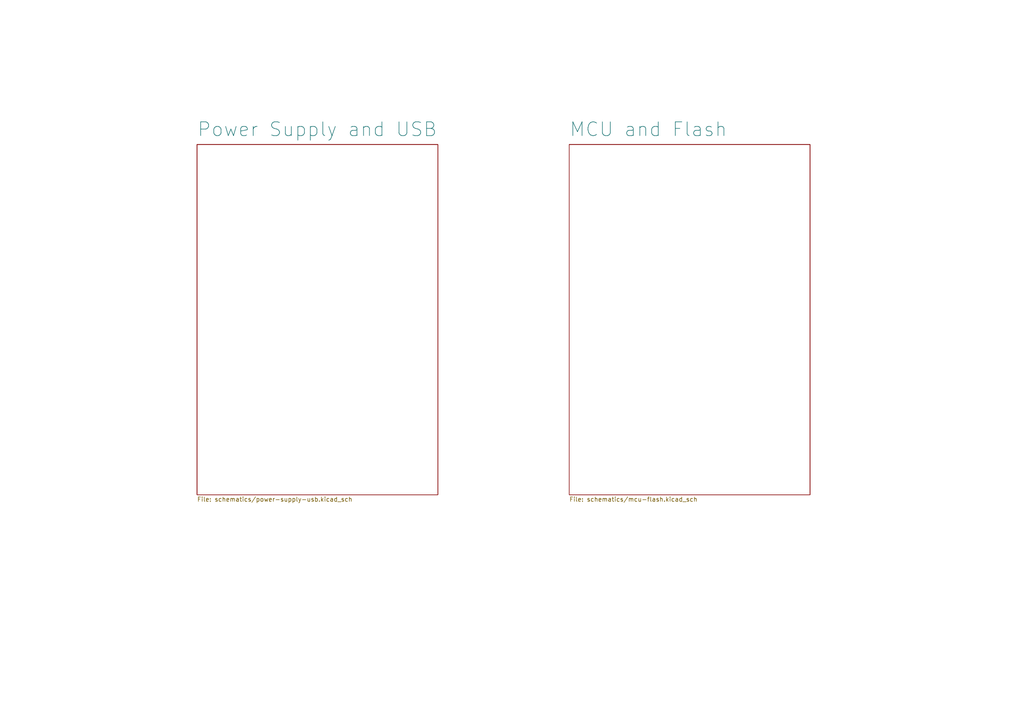
<source format=kicad_sch>
(kicad_sch (version 20211123) (generator eeschema)
  (paper "A4")
  (title_block (title "Malina") (date "07/2022") (rev "1") (company "Martin Kopka"))
  (lib_symbols)
  (sheet (at 165.1 41.91) (size 69.85 101.6) (stroke (width 0.1524))
    (property "Sheet name" "MCU and Flash" (at 165.1 39.8334 0) (effects (font (size 4 4)) (justify left bottom)))
    (property "Sheet file" "schematics/mcu-flash.kicad_sch" (at 165.1 144.0946 0) (effects (justify left top)))
  )
  (sheet (at 57.15 41.91) (size 69.85 101.6) (stroke (width 0.1524))
    (property "Sheet name" "Power Supply and USB" (at 57.15 39.8334 0) (effects (font (size 4 4)) (justify left bottom)))
    (property "Sheet file" "schematics/power-supply-usb.kicad_sch" (at 57.15 144.0946 0) (effects (justify left top)))
  )
)
</source>
